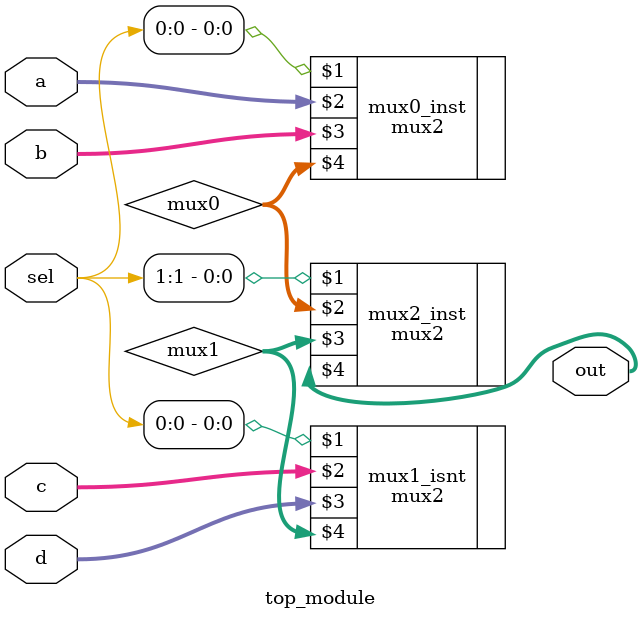
<source format=v>
module top_module (
    input [1:0] sel,
    input [7:0] a,
    input [7:0] b,
    input [7:0] c,
    input [7:0] d,
    output [7:0] out  ); //

    wire [7:0] mux0, mux1;
    mux2 mux0_inst ( sel[0],    a,    b, mux0 );
    mux2 mux1_isnt ( sel[0],    c,    d, mux1 );
    mux2 mux2_inst ( sel[1], mux0, mux1,  out );

endmodule

</source>
